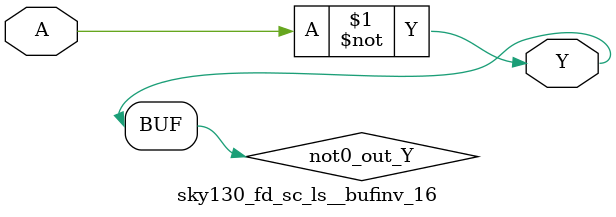
<source format=v>
/*
 * Copyright 2020 The SkyWater PDK Authors
 *
 * Licensed under the Apache License, Version 2.0 (the "License");
 * you may not use this file except in compliance with the License.
 * You may obtain a copy of the License at
 *
 *     https://www.apache.org/licenses/LICENSE-2.0
 *
 * Unless required by applicable law or agreed to in writing, software
 * distributed under the License is distributed on an "AS IS" BASIS,
 * WITHOUT WARRANTIES OR CONDITIONS OF ANY KIND, either express or implied.
 * See the License for the specific language governing permissions and
 * limitations under the License.
 *
 * SPDX-License-Identifier: Apache-2.0
*/


`ifndef SKY130_FD_SC_LS__BUFINV_16_FUNCTIONAL_V
`define SKY130_FD_SC_LS__BUFINV_16_FUNCTIONAL_V

/**
 * bufinv: Buffer followed by inverter.
 *
 * Verilog simulation functional model.
 */

`timescale 1ns / 1ps
`default_nettype none

`celldefine
module sky130_fd_sc_ls__bufinv_16 (
    Y,
    A
);

    // Module ports
    output Y;
    input  A;

    // Local signals
    wire not0_out_Y;

    //  Name  Output      Other arguments
    not not0 (not0_out_Y, A              );
    buf buf0 (Y         , not0_out_Y     );

endmodule
`endcelldefine

`default_nettype wire
`endif  // SKY130_FD_SC_LS__BUFINV_16_FUNCTIONAL_V

</source>
